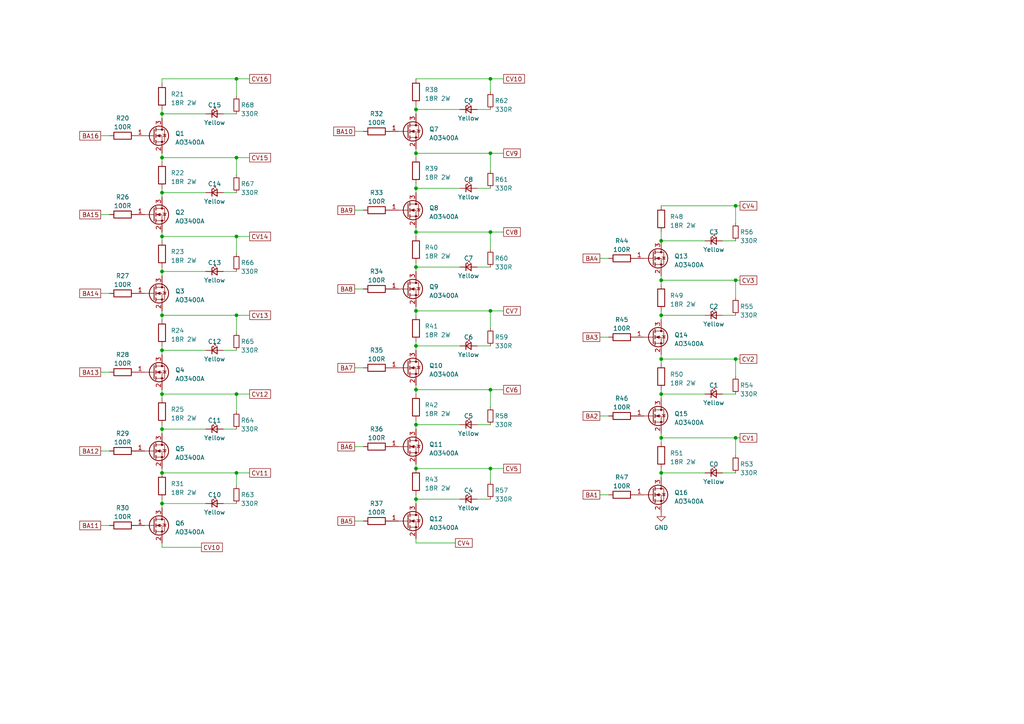
<source format=kicad_sch>
(kicad_sch (version 20230121) (generator eeschema)
  (paper "A4")
  (lib_symbols
    (symbol "Device:LED_Small" (pin_numbers hide) (pin_names (offset 0.254) hide)
      (property "Reference" "D" (at -1.27 3.175 0))
      (property "Value" "LED_Small" (at -4.445 -2.54 0))
      (symbol "LED_Small_0_1"
        (polyline (pts (xy -0.762 -1.016) (xy -0.762 1.016)) (stroke (width 0.254)))
        (polyline (pts (xy 1.016 0) (xy -0.762 0)))
        (polyline (pts (xy 0.762 -1.016) (xy -0.762 0) (xy 0.762 1.016) (xy 0.762 -1.016)) (stroke (width 0.254)))
        (polyline (pts (xy 0 0.762) (xy -0.508 1.27) (xy -0.254 1.27) (xy -0.508 1.27) (xy -0.508 1.016)))
        (polyline (pts (xy 0.508 1.27) (xy 0 1.778) (xy 0.254 1.778) (xy 0 1.778) (xy 0 1.524)))
      )
      (symbol "LED_Small_1_1"
        (pin passive line (at -2.54 0 0) (length 1.778) (name "K") (number "1"))
        (pin passive line (at 2.54 0 180) (length 1.778) (name "A") (number "2"))
      )
    )
    (symbol "Device:Q_NMOS_GSD" (pin_names (offset 0) hide)
      (property "Reference" "Q" (at 5.08 1.27 0))
      (property "Value" "Q_NMOS_GSD" (at 5.08 -1.27 0))
      (symbol "Q_NMOS_GSD_0_1"
        (polyline (pts (xy 0.254 0) (xy -2.54 0)))
        (polyline (pts (xy 0.254 1.905) (xy 0.254 -1.905)) (stroke (width 0.254)))
        (polyline (pts (xy 0.762 -1.27) (xy 0.762 -2.286)) (stroke (width 0.254)))
        (polyline (pts (xy 0.762 0.508) (xy 0.762 -0.508)) (stroke (width 0.254)))
        (polyline (pts (xy 0.762 2.286) (xy 0.762 1.27)) (stroke (width 0.254)))
        (polyline (pts (xy 2.54 2.54) (xy 2.54 1.778)))
        (polyline (pts (xy 2.54 -2.54) (xy 2.54 0) (xy 0.762 0)))
        (polyline (pts (xy 0.762 -1.778) (xy 3.302 -1.778) (xy 3.302 1.778) (xy 0.762 1.778)))
        (polyline (pts (xy 1.016 0) (xy 2.032 0.381) (xy 2.032 -0.381) (xy 1.016 0)) (fill (type outline)))
        (polyline (pts (xy 2.794 0.508) (xy 2.921 0.381) (xy 3.683 0.381) (xy 3.81 0.254)))
        (polyline (pts (xy 3.302 0.381) (xy 2.921 -0.254) (xy 3.683 -0.254) (xy 3.302 0.381)))
        (circle (center 1.651 0) (radius 2.794) (stroke (width 0.254)))
        (circle (center 2.54 -1.778) (radius 0.254) (fill (type outline)))
        (circle (center 2.54 1.778) (radius 0.254) (fill (type outline)))
      )
      (symbol "Q_NMOS_GSD_1_1"
        (pin input line (at -5.08 0 0) (length 2.54) (name "G") (number "1"))
        (pin passive line (at 2.54 -5.08 90) (length 2.54) (name "S") (number "2"))
        (pin passive line (at 2.54 5.08 270) (length 2.54) (name "D") (number "3"))
      )
    )
    (symbol "Device:R" (pin_numbers hide) (pin_names (offset 0))
      (property "Reference" "R" (at 2.032 0 90))
      (property "Value" "R" (at 0 0 90))
      (symbol "R_0_1"
        (rectangle (start -1.016 -2.54) (end 1.016 2.54) (stroke (width 0.254)))
      )
      (symbol "R_1_1"
        (pin passive line (at 0 3.81 270) (length 1.27) (name "~") (number "1"))
        (pin passive line (at 0 -3.81 90) (length 1.27) (name "~") (number "2"))
      )
    )
    (symbol "Device:R_Small" (pin_numbers hide) (pin_names (offset 0.254) hide)
      (property "Reference" "R" (at 0.762 0.508 0))
      (property "Value" "R_Small" (at 0.762 -1.016 0))
      (symbol "R_Small_0_1"
        (rectangle (start -0.762 1.778) (end 0.762 -1.778) (stroke (width 0.2032)))
      )
      (symbol "R_Small_1_1"
        (pin passive line (at 0 2.54 270) (length 0.762) (name "~") (number "1"))
        (pin passive line (at 0 -2.54 90) (length 0.762) (name "~") (number "2"))
      )
    )
    (symbol "power:GND" (power) (pin_names (offset 0))
      (property "Value" "GND" (at 0 -3.81 0))
      (symbol "GND_0_1"
        (polyline (pts (xy 0 0) (xy 0 -1.27) (xy 1.27 -1.27) (xy 0 -2.54) (xy -1.27 -1.27) (xy 0 -1.27)))
      )
      (symbol "GND_1_1"
        (pin power_in line (at 0 0 270) (length 0) hide (name "GND") (number "1"))
      )
    )
  )
  (junction (at 142.24 113.03))
  (junction (at 46.99 137.16))
  (junction (at 142.24 67.31))
  (junction (at 120.65 77.47))
  (junction (at 191.77 114.3))
  (junction (at 142.24 44.45))
  (junction (at 46.99 124.46))
  (junction (at 46.99 114.3))
  (junction (at 191.77 69.85))
  (junction (at 46.99 146.05))
  (junction (at 120.65 123.19))
  (junction (at 191.77 104.14))
  (junction (at 68.58 114.3))
  (junction (at 213.36 59.69))
  (junction (at 120.65 135.89))
  (junction (at 46.99 68.58))
  (junction (at 68.58 137.16))
  (junction (at 120.65 67.31))
  (junction (at 191.77 91.44))
  (junction (at 68.58 45.72))
  (junction (at 213.36 127))
  (junction (at 46.99 45.72))
  (junction (at 120.65 90.17))
  (junction (at 46.99 78.74))
  (junction (at 120.65 54.61))
  (junction (at 213.36 81.28))
  (junction (at 142.24 22.86))
  (junction (at 213.36 104.14))
  (junction (at 46.99 101.6))
  (junction (at 68.58 91.44))
  (junction (at 191.77 137.16))
  (junction (at 46.99 91.44))
  (junction (at 120.65 144.78))
  (junction (at 191.77 81.28))
  (junction (at 120.65 100.33))
  (junction (at 68.58 22.86))
  (junction (at 120.65 31.75))
  (junction (at 120.65 113.03))
  (junction (at 120.65 44.45))
  (junction (at 68.58 68.58))
  (junction (at 142.24 90.17))
  (junction (at 46.99 55.88))
  (junction (at 142.24 135.89))
  (junction (at 46.99 33.02))
  (junction (at 191.77 127))
  (wire (pts (xy 191.77 114.3) (xy 204.47 114.3)))
  (wire (pts (xy 46.99 114.3) (xy 68.58 114.3)))
  (wire (pts (xy 209.55 114.3) (xy 213.36 114.3)))
  (wire (pts (xy 46.99 33.02) (xy 46.99 34.29)))
  (wire (pts (xy 142.24 113.03) (xy 142.24 118.11)))
  (wire (pts (xy 68.58 45.72) (xy 72.39 45.72)))
  (wire (pts (xy 120.65 22.86) (xy 142.24 22.86)))
  (wire (pts (xy 46.99 54.61) (xy 46.99 55.88)))
  (wire (pts (xy 142.24 135.89) (xy 146.05 135.89)))
  (wire (pts (xy 191.77 90.17) (xy 191.77 91.44)))
  (wire (pts (xy 173.99 74.93) (xy 176.53 74.93)))
  (wire (pts (xy 68.58 68.58) (xy 68.58 73.66)))
  (wire (pts (xy 142.24 67.31) (xy 142.24 72.39)))
  (wire (pts (xy 120.65 88.9) (xy 120.65 90.17)))
  (wire (pts (xy 102.87 83.82) (xy 105.41 83.82)))
  (wire (pts (xy 120.65 90.17) (xy 142.24 90.17)))
  (wire (pts (xy 46.99 146.05) (xy 46.99 147.32)))
  (wire (pts (xy 29.21 39.37) (xy 31.75 39.37)))
  (wire (pts (xy 120.65 113.03) (xy 120.65 114.3)))
  (wire (pts (xy 120.65 43.18) (xy 120.65 44.45)))
  (wire (pts (xy 142.24 44.45) (xy 142.24 49.53)))
  (wire (pts (xy 191.77 114.3) (xy 191.77 115.57)))
  (wire (pts (xy 68.58 91.44) (xy 68.58 96.52)))
  (wire (pts (xy 138.43 123.19) (xy 142.24 123.19)))
  (wire (pts (xy 29.21 130.81) (xy 31.75 130.81)))
  (wire (pts (xy 120.65 66.04) (xy 120.65 67.31)))
  (wire (pts (xy 191.77 67.31) (xy 191.77 69.85)))
  (wire (pts (xy 68.58 137.16) (xy 72.39 137.16)))
  (wire (pts (xy 46.99 68.58) (xy 68.58 68.58)))
  (wire (pts (xy 120.65 144.78) (xy 120.65 146.05)))
  (wire (pts (xy 191.77 80.01) (xy 191.77 81.28)))
  (wire (pts (xy 46.99 55.88) (xy 46.99 57.15)))
  (wire (pts (xy 102.87 38.1) (xy 105.41 38.1)))
  (wire (pts (xy 46.99 90.17) (xy 46.99 91.44)))
  (wire (pts (xy 191.77 137.16) (xy 204.47 137.16)))
  (wire (pts (xy 102.87 106.68) (xy 105.41 106.68)))
  (wire (pts (xy 120.65 113.03) (xy 142.24 113.03)))
  (wire (pts (xy 138.43 77.47) (xy 142.24 77.47)))
  (wire (pts (xy 46.99 33.02) (xy 59.69 33.02)))
  (wire (pts (xy 191.77 91.44) (xy 191.77 92.71)))
  (wire (pts (xy 46.99 113.03) (xy 46.99 114.3)))
  (wire (pts (xy 120.65 123.19) (xy 133.35 123.19)))
  (wire (pts (xy 120.65 67.31) (xy 142.24 67.31)))
  (wire (pts (xy 102.87 129.54) (xy 105.41 129.54)))
  (wire (pts (xy 68.58 45.72) (xy 68.58 50.8)))
  (wire (pts (xy 120.65 100.33) (xy 120.65 101.6)))
  (wire (pts (xy 46.99 78.74) (xy 59.69 78.74)))
  (wire (pts (xy 68.58 68.58) (xy 72.39 68.58)))
  (wire (pts (xy 46.99 124.46) (xy 59.69 124.46)))
  (wire (pts (xy 64.77 146.05) (xy 68.58 146.05)))
  (wire (pts (xy 68.58 22.86) (xy 72.39 22.86)))
  (wire (pts (xy 120.65 157.48) (xy 132.08 157.48)))
  (wire (pts (xy 46.99 91.44) (xy 46.99 92.71)))
  (wire (pts (xy 68.58 114.3) (xy 68.58 119.38)))
  (wire (pts (xy 46.99 45.72) (xy 46.99 46.99)))
  (wire (pts (xy 213.36 81.28) (xy 213.36 86.36)))
  (wire (pts (xy 120.65 31.75) (xy 133.35 31.75)))
  (wire (pts (xy 120.65 111.76) (xy 120.65 113.03)))
  (wire (pts (xy 213.36 104.14) (xy 214.63 104.14)))
  (wire (pts (xy 213.36 59.69) (xy 214.63 59.69)))
  (wire (pts (xy 173.99 120.65) (xy 176.53 120.65)))
  (wire (pts (xy 213.36 127) (xy 214.63 127)))
  (wire (pts (xy 46.99 55.88) (xy 59.69 55.88)))
  (wire (pts (xy 68.58 114.3) (xy 72.39 114.3)))
  (wire (pts (xy 120.65 134.62) (xy 120.65 135.89)))
  (wire (pts (xy 191.77 81.28) (xy 191.77 82.55)))
  (wire (pts (xy 120.65 90.17) (xy 120.65 91.44)))
  (wire (pts (xy 120.65 54.61) (xy 133.35 54.61)))
  (wire (pts (xy 209.55 137.16) (xy 213.36 137.16)))
  (wire (pts (xy 142.24 67.31) (xy 146.05 67.31)))
  (wire (pts (xy 120.65 44.45) (xy 120.65 45.72)))
  (wire (pts (xy 191.77 69.85) (xy 204.47 69.85)))
  (wire (pts (xy 46.99 101.6) (xy 46.99 102.87)))
  (wire (pts (xy 46.99 124.46) (xy 46.99 125.73)))
  (wire (pts (xy 46.99 45.72) (xy 68.58 45.72)))
  (wire (pts (xy 191.77 135.89) (xy 191.77 137.16)))
  (wire (pts (xy 46.99 157.48) (xy 46.99 158.75)))
  (wire (pts (xy 213.36 104.14) (xy 213.36 109.22)))
  (wire (pts (xy 46.99 101.6) (xy 59.69 101.6)))
  (wire (pts (xy 64.77 124.46) (xy 68.58 124.46)))
  (wire (pts (xy 138.43 100.33) (xy 142.24 100.33)))
  (wire (pts (xy 46.99 44.45) (xy 46.99 45.72)))
  (wire (pts (xy 29.21 152.4) (xy 31.75 152.4)))
  (wire (pts (xy 120.65 99.06) (xy 120.65 100.33)))
  (wire (pts (xy 191.77 137.16) (xy 191.77 138.43)))
  (wire (pts (xy 46.99 31.75) (xy 46.99 33.02)))
  (wire (pts (xy 142.24 90.17) (xy 142.24 95.25)))
  (wire (pts (xy 120.65 67.31) (xy 120.65 68.58)))
  (wire (pts (xy 213.36 81.28) (xy 214.63 81.28)))
  (wire (pts (xy 46.99 114.3) (xy 46.99 115.57)))
  (wire (pts (xy 191.77 113.03) (xy 191.77 114.3)))
  (wire (pts (xy 46.99 77.47) (xy 46.99 78.74)))
  (wire (pts (xy 46.99 68.58) (xy 46.99 69.85)))
  (wire (pts (xy 46.99 67.31) (xy 46.99 68.58)))
  (wire (pts (xy 46.99 100.33) (xy 46.99 101.6)))
  (wire (pts (xy 191.77 91.44) (xy 204.47 91.44)))
  (wire (pts (xy 46.99 123.19) (xy 46.99 124.46)))
  (wire (pts (xy 142.24 90.17) (xy 146.05 90.17)))
  (wire (pts (xy 191.77 125.73) (xy 191.77 127)))
  (wire (pts (xy 120.65 144.78) (xy 133.35 144.78)))
  (wire (pts (xy 173.99 97.79) (xy 176.53 97.79)))
  (wire (pts (xy 191.77 104.14) (xy 191.77 105.41)))
  (wire (pts (xy 68.58 137.16) (xy 68.58 140.97)))
  (wire (pts (xy 120.65 54.61) (xy 120.65 55.88)))
  (wire (pts (xy 209.55 69.85) (xy 213.36 69.85)))
  (wire (pts (xy 46.99 137.16) (xy 68.58 137.16)))
  (wire (pts (xy 209.55 91.44) (xy 213.36 91.44)))
  (wire (pts (xy 142.24 22.86) (xy 142.24 26.67)))
  (wire (pts (xy 191.77 102.87) (xy 191.77 104.14)))
  (wire (pts (xy 29.21 85.09) (xy 31.75 85.09)))
  (wire (pts (xy 191.77 104.14) (xy 213.36 104.14)))
  (wire (pts (xy 64.77 33.02) (xy 68.58 33.02)))
  (wire (pts (xy 46.99 158.75) (xy 58.42 158.75)))
  (wire (pts (xy 120.65 31.75) (xy 120.65 33.02)))
  (wire (pts (xy 29.21 107.95) (xy 31.75 107.95)))
  (wire (pts (xy 142.24 113.03) (xy 146.05 113.03)))
  (wire (pts (xy 120.65 77.47) (xy 133.35 77.47)))
  (wire (pts (xy 64.77 101.6) (xy 68.58 101.6)))
  (wire (pts (xy 120.65 123.19) (xy 120.65 124.46)))
  (wire (pts (xy 29.21 62.23) (xy 31.75 62.23)))
  (wire (pts (xy 120.65 100.33) (xy 133.35 100.33)))
  (wire (pts (xy 191.77 127) (xy 213.36 127)))
  (wire (pts (xy 46.99 135.89) (xy 46.99 137.16)))
  (wire (pts (xy 142.24 44.45) (xy 146.05 44.45)))
  (wire (pts (xy 191.77 59.69) (xy 213.36 59.69)))
  (wire (pts (xy 102.87 60.96) (xy 105.41 60.96)))
  (wire (pts (xy 120.65 135.89) (xy 142.24 135.89)))
  (wire (pts (xy 64.77 78.74) (xy 68.58 78.74)))
  (wire (pts (xy 142.24 135.89) (xy 142.24 139.7)))
  (wire (pts (xy 46.99 91.44) (xy 68.58 91.44)))
  (wire (pts (xy 213.36 59.69) (xy 213.36 64.77)))
  (wire (pts (xy 120.65 156.21) (xy 120.65 157.48)))
  (wire (pts (xy 68.58 22.86) (xy 68.58 27.94)))
  (wire (pts (xy 120.65 53.34) (xy 120.65 54.61)))
  (wire (pts (xy 120.65 44.45) (xy 142.24 44.45)))
  (wire (pts (xy 120.65 30.48) (xy 120.65 31.75)))
  (wire (pts (xy 191.77 81.28) (xy 213.36 81.28)))
  (wire (pts (xy 120.65 76.2) (xy 120.65 77.47)))
  (wire (pts (xy 46.99 146.05) (xy 59.69 146.05)))
  (wire (pts (xy 120.65 77.47) (xy 120.65 78.74)))
  (wire (pts (xy 120.65 143.51) (xy 120.65 144.78)))
  (wire (pts (xy 138.43 31.75) (xy 142.24 31.75)))
  (wire (pts (xy 138.43 144.78) (xy 142.24 144.78)))
  (wire (pts (xy 173.99 143.51) (xy 176.53 143.51)))
  (wire (pts (xy 64.77 55.88) (xy 68.58 55.88)))
  (wire (pts (xy 102.87 151.13) (xy 105.41 151.13)))
  (wire (pts (xy 142.24 22.86) (xy 146.05 22.86)))
  (wire (pts (xy 213.36 127) (xy 213.36 132.08)))
  (wire (pts (xy 46.99 22.86) (xy 46.99 24.13)))
  (wire (pts (xy 46.99 22.86) (xy 68.58 22.86)))
  (wire (pts (xy 191.77 127) (xy 191.77 128.27)))
  (wire (pts (xy 68.58 91.44) (xy 72.39 91.44)))
  (wire (pts (xy 46.99 144.78) (xy 46.99 146.05)))
  (wire (pts (xy 138.43 54.61) (xy 142.24 54.61)))
  (wire (pts (xy 46.99 78.74) (xy 46.99 80.01)))
  (wire (pts (xy 120.65 121.92) (xy 120.65 123.19)))
  (global_label "BA13" (shape passive) (at 29.21 107.95 180) (property "Intersheetrefs" "${INTERSHEET_REFS}" (effects hide)))
  (global_label "BA4" (shape passive) (at 173.99 74.93 180) (property "Intersheetrefs" "${INTERSHEET_REFS}" (effects hide)))
  (global_label "BA1" (shape passive) (at 173.99 143.51 180) (property "Intersheetrefs" "${INTERSHEET_REFS}" (effects hide)))
  (global_label "BA16" (shape passive) (at 29.21 39.37 180) (property "Intersheetrefs" "${INTERSHEET_REFS}" (effects hide)))
  (global_label "BA8" (shape passive) (at 102.87 83.82 180) (property "Intersheetrefs" "${INTERSHEET_REFS}" (effects hide)))
  (global_label "BA5" (shape passive) (at 102.87 151.13 180) (property "Intersheetrefs" "${INTERSHEET_REFS}" (effects hide)))
  (global_label "CV6" (shape passive) (at 146.05 113.03 0) (property "Intersheetrefs" "${INTERSHEET_REFS}" (effects hide)))
  (global_label "BA7" (shape passive) (at 102.87 106.68 180) (property "Intersheetrefs" "${INTERSHEET_REFS}" (effects hide)))
  (global_label "CV15" (shape passive) (at 72.39 45.72 0) (property "Intersheetrefs" "${INTERSHEET_REFS}" (effects hide)))
  (global_label "CV16" (shape passive) (at 72.39 22.86 0) (property "Intersheetrefs" "${INTERSHEET_REFS}" (effects hide)))
  (global_label "CV10" (shape passive) (at 146.05 22.86 0) (property "Intersheetrefs" "${INTERSHEET_REFS}" (effects hide)))
  (global_label "CV13" (shape passive) (at 72.39 91.44 0) (property "Intersheetrefs" "${INTERSHEET_REFS}" (effects hide)))
  (global_label "CV4" (shape passive) (at 132.08 157.48 0) (property "Intersheetrefs" "${INTERSHEET_REFS}" (effects hide)))
  (global_label "CV3" (shape passive) (at 214.63 81.28 0) (property "Intersheetrefs" "${INTERSHEET_REFS}" (effects hide)))
  (global_label "CV7" (shape passive) (at 146.05 90.17 0) (property "Intersheetrefs" "${INTERSHEET_REFS}" (effects hide)))
  (global_label "BA2" (shape passive) (at 173.99 120.65 180) (property "Intersheetrefs" "${INTERSHEET_REFS}" (effects hide)))
  (global_label "BA15" (shape passive) (at 29.21 62.23 180) (property "Intersheetrefs" "${INTERSHEET_REFS}" (effects hide)))
  (global_label "BA6" (shape passive) (at 102.87 129.54 180) (property "Intersheetrefs" "${INTERSHEET_REFS}" (effects hide)))
  (global_label "BA11" (shape passive) (at 29.21 152.4 180) (property "Intersheetrefs" "${INTERSHEET_REFS}" (effects hide)))
  (global_label "CV8" (shape passive) (at 146.05 67.31 0) (property "Intersheetrefs" "${INTERSHEET_REFS}" (effects hide)))
  (global_label "CV4" (shape passive) (at 214.63 59.69 0) (property "Intersheetrefs" "${INTERSHEET_REFS}" (effects hide)))
  (global_label "BA10" (shape passive) (at 102.87 38.1 180) (property "Intersheetrefs" "${INTERSHEET_REFS}" (effects hide)))
  (global_label "CV12" (shape passive) (at 72.39 114.3 0) (property "Intersheetrefs" "${INTERSHEET_REFS}" (effects hide)))
  (global_label "CV10" (shape passive) (at 58.42 158.75 0) (property "Intersheetrefs" "${INTERSHEET_REFS}" (effects hide)))
  (global_label "BA3" (shape passive) (at 173.99 97.79 180) (property "Intersheetrefs" "${INTERSHEET_REFS}" (effects hide)))
  (global_label "BA14" (shape passive) (at 29.21 85.09 180) (property "Intersheetrefs" "${INTERSHEET_REFS}" (effects hide)))
  (global_label "BA9" (shape passive) (at 102.87 60.96 180) (property "Intersheetrefs" "${INTERSHEET_REFS}" (effects hide)))
  (global_label "CV14" (shape passive) (at 72.39 68.58 0) (property "Intersheetrefs" "${INTERSHEET_REFS}" (effects hide)))
  (global_label "CV1" (shape passive) (at 214.63 127 0) (property "Intersheetrefs" "${INTERSHEET_REFS}" (effects hide)))
  (global_label "CV11" (shape passive) (at 72.39 137.16 0) (property "Intersheetrefs" "${INTERSHEET_REFS}" (effects hide)))
  (global_label "CV5" (shape passive) (at 146.05 135.89 0) (property "Intersheetrefs" "${INTERSHEET_REFS}" (effects hide)))
  (global_label "CV9" (shape passive) (at 146.05 44.45 0) (property "Intersheetrefs" "${INTERSHEET_REFS}" (effects hide)))
  (global_label "CV2" (shape passive) (at 214.63 104.14 0) (property "Intersheetrefs" "${INTERSHEET_REFS}" (effects hide)))
  (global_label "BA12" (shape passive) (at 29.21 130.81 180) (property "Intersheetrefs" "${INTERSHEET_REFS}" (effects hide)))
  (symbol (lib_id "Device:LED_Small") (at 62.23 78.74 0) (unit 1)
    (property "Reference" "C13" (at 62.23 76.2 0))
    (property "Value" "Yellow" (at 62.23 81.28 0))
    (property "Footprint" "LED_SMD:LED_0603_1608Metric" (effects hide))
    (property "PartNumber" "19-213/Y2C-CQ2R2L/3T(CY)" (effects hide))
    (property "LCSCStockCode" "C72038" (effects hide))
  )
  (symbol (lib_id "Device:R_Small") (at 68.58 30.48 0) (unit 1)
    (property "Reference" "R68" (at 69.85 30.48 0) (effects (justify left)))
    (property "Value" "330R" (at 69.85 33.02 0) (effects (justify left)))
    (property "Footprint" "Resistor_SMD:R_0603_1608Metric" (effects hide))
    (property "PartNumber" "0603WAF3300T5E" (effects hide))
    (property "LCSCStockCode" "C23138" (effects hide))
  )
  (symbol (lib_id "Device:R_Small") (at 142.24 142.24 0) (unit 1)
    (property "Reference" "R57" (at 143.51 142.24 0) (effects (justify left)))
    (property "Value" "330R" (at 143.51 144.78 0) (effects (justify left)))
    (property "Footprint" "Resistor_SMD:R_0603_1608Metric" (effects hide))
    (property "PartNumber" "0603WAF3300T5E" (effects hide))
    (property "LCSCStockCode" "C23138" (effects hide))
  )
  (symbol (lib_id "Device:LED_Small") (at 62.23 124.46 0) (unit 1)
    (property "Reference" "C11" (at 62.23 121.92 0))
    (property "Value" "Yellow" (at 62.23 127 0))
    (property "Footprint" "LED_SMD:LED_0603_1608Metric" (effects hide))
    (property "PartNumber" "19-213/Y2C-CQ2R2L/3T(CY)" (effects hide))
    (property "LCSCStockCode" "C72038" (effects hide))
  )
  (symbol (lib_id "Device:R") (at 35.56 62.23 90) (unit 1)
    (property "Reference" "R26" (at 35.56 57.15 90))
    (property "Value" "100R" (at 35.56 59.69 90))
    (property "Footprint" "Resistor_SMD:R_0603_1608Metric" (effects hide))
    (property "PartNumber" "0603WAF1000T5E" (effects hide))
    (property "LCSCStockCode" "C22775" (effects hide))
    (instances (project "Module_16S_PassiveBalanceAddOn" (path "" (reference "R26") (unit 1)) (path "" (reference "R21") (unit 1))))
  )
  (symbol (lib_id "Device:R") (at 109.22 38.1 90) (unit 1)
    (property "Reference" "R32" (at 109.22 33.02 90))
    (property "Value" "100R" (at 109.22 35.56 90))
    (property "Footprint" "Resistor_SMD:R_0603_1608Metric" (effects hide))
    (property "PartNumber" "0603WAF1000T5E" (effects hide))
    (property "LCSCStockCode" "C22775" (effects hide))
  )
  (symbol (lib_id "Device:R_Small") (at 142.24 97.79 0) (unit 1)
    (property "Reference" "R59" (at 143.51 97.79 0) (effects (justify left)))
    (property "Value" "330R" (at 143.51 100.33 0) (effects (justify left)))
    (property "Footprint" "Resistor_SMD:R_0603_1608Metric" (effects hide))
    (property "PartNumber" "0603WAF3300T5E" (effects hide))
    (property "LCSCStockCode" "C23138" (effects hide))
  )
  (symbol (lib_id "Device:Q_NMOS_GSD") (at 189.23 120.65 0) (unit 1)
    (property "Reference" "Q15" (at 195.58 120.015 0) (effects (justify left)))
    (property "Value" "AO3400A" (at 195.58 122.555 0) (effects (justify left)))
    (property "Footprint" "Package_TO_SOT_SMD:SOT-23" (effects hide))
    (property "Datasheet" "https://datasheet.lcsc.com/lcsc/2204291600_UMW-Youtai-Semiconductor-Co---Ltd--AO3400A_C347475.pdf" (effects hide))
    (property "PartNumber" "AO3400A" (effects hide))
    (property "LCSCStockCode" "C347475" (effects hide))
  )
  (symbol (lib_id "Device:LED_Small") (at 62.23 55.88 0) (unit 1)
    (property "Reference" "C14" (at 62.23 53.34 0))
    (property "Value" "Yellow" (at 62.23 58.42 0))
    (property "Footprint" "LED_SMD:LED_0603_1608Metric" (effects hide))
    (property "PartNumber" "19-213/Y2C-CQ2R2L/3T(CY)" (effects hide))
    (property "LCSCStockCode" "C72038" (effects hide))
  )
  (symbol (lib_id "Device:R_Small") (at 68.58 53.34 0) (unit 1)
    (property "Reference" "R67" (at 69.85 53.34 0) (effects (justify left)))
    (property "Value" "330R" (at 69.85 55.88 0) (effects (justify left)))
    (property "Footprint" "Resistor_SMD:R_0603_1608Metric" (effects hide))
    (property "PartNumber" "0603WAF3300T5E" (effects hide))
    (property "LCSCStockCode" "C23138" (effects hide))
  )
  (symbol (lib_id "Device:R") (at 120.65 26.67 180) (unit 1)
    (property "Reference" "R38" (at 123.19 26.035 0) (effects (justify right)))
    (property "Value" "18R 2W" (at 123.19 28.575 0) (effects (justify right)))
    (property "Footprint" "Resistor_SMD:R_2512_6332Metric" (effects hide))
    (property "PartNumber" "CRH2512J18R0E04Z" (effects hide))
    (property "LCSCStockCode" "C175426" (effects hide))
  )
  (symbol (lib_id "Device:R") (at 35.56 85.09 90) (unit 1)
    (property "Reference" "R27" (at 35.56 80.01 90))
    (property "Value" "100R" (at 35.56 82.55 90))
    (property "Footprint" "Resistor_SMD:R_0603_1608Metric" (effects hide))
    (property "PartNumber" "0603WAF1000T5E" (effects hide))
    (property "LCSCStockCode" "C22775" (effects hide))
    (instances (project "Module_16S_PassiveBalanceAddOn" (path "" (reference "R27") (unit 1)) (path "" (reference "R22") (unit 1))))
  )
  (symbol (lib_id "Device:R_Small") (at 213.36 134.62 0) (unit 1)
    (property "Reference" "R53" (at 214.63 134.62 0) (effects (justify left)))
    (property "Value" "330R" (at 214.63 137.16 0) (effects (justify left)))
    (property "Footprint" "Resistor_SMD:R_0603_1608Metric" (effects hide))
    (property "PartNumber" "0603WAF3300T5E" (effects hide))
    (property "LCSCStockCode" "C23138" (effects hide))
  )
  (symbol (lib_id "Device:R_Small") (at 142.24 52.07 0) (unit 1)
    (property "Reference" "R61" (at 143.51 52.07 0) (effects (justify left)))
    (property "Value" "330R" (at 143.51 54.61 0) (effects (justify left)))
    (property "Footprint" "Resistor_SMD:R_0603_1608Metric" (effects hide))
    (property "PartNumber" "0603WAF3300T5E" (effects hide))
    (property "LCSCStockCode" "C23138" (effects hide))
  )
  (symbol (lib_id "Device:R_Small") (at 68.58 76.2 0) (unit 1)
    (property "Reference" "R66" (at 69.85 76.2 0) (effects (justify left)))
    (property "Value" "330R" (at 69.85 78.74 0) (effects (justify left)))
    (property "Footprint" "Resistor_SMD:R_0603_1608Metric" (effects hide))
    (property "PartNumber" "0603WAF3300T5E" (effects hide))
    (property "LCSCStockCode" "C23138" (effects hide))
  )
  (symbol (lib_id "Device:R") (at 191.77 86.36 180) (unit 1)
    (property "Reference" "R49" (at 194.31 85.725 0) (effects (justify right)))
    (property "Value" "18R 2W" (at 194.31 88.265 0) (effects (justify right)))
    (property "Footprint" "Resistor_SMD:R_2512_6332Metric" (effects hide))
    (property "PartNumber" "CRH2512J18R0E04Z" (effects hide))
    (property "LCSCStockCode" "C175426" (effects hide))
  )
  (symbol (lib_id "Device:LED_Small") (at 62.23 33.02 0) (unit 1)
    (property "Reference" "C15" (at 62.23 30.48 0))
    (property "Value" "Yellow" (at 62.23 35.56 0))
    (property "Footprint" "LED_SMD:LED_0603_1608Metric" (effects hide))
    (property "PartNumber" "19-213/Y2C-CQ2R2L/3T(CY)" (effects hide))
    (property "LCSCStockCode" "C72038" (effects hide))
  )
  (symbol (lib_id "Device:LED_Small") (at 135.89 31.75 0) (unit 1)
    (property "Reference" "C9" (at 135.89 29.21 0))
    (property "Value" "Yellow" (at 135.89 34.29 0))
    (property "Footprint" "LED_SMD:LED_0603_1608Metric" (effects hide))
    (property "PartNumber" "19-213/Y2C-CQ2R2L/3T(CY)" (effects hide))
    (property "LCSCStockCode" "C72038" (effects hide))
  )
  (symbol (lib_id "Device:Q_NMOS_GSD") (at 118.11 60.96 0) (unit 1)
    (property "Reference" "Q8" (at 124.46 60.325 0) (effects (justify left)))
    (property "Value" "AO3400A" (at 124.46 62.865 0) (effects (justify left)))
    (property "Footprint" "Package_TO_SOT_SMD:SOT-23" (effects hide))
    (property "Datasheet" "https://datasheet.lcsc.com/lcsc/2204291600_UMW-Youtai-Semiconductor-Co---Ltd--AO3400A_C347475.pdf" (effects hide))
    (property "PartNumber" "AO3400A" (effects hide))
    (property "LCSCStockCode" "C347475" (effects hide))
  )
  (symbol (lib_id "Device:R") (at 109.22 83.82 90) (unit 1)
    (property "Reference" "R34" (at 109.22 78.74 90))
    (property "Value" "100R" (at 109.22 81.28 90))
    (property "Footprint" "Resistor_SMD:R_0603_1608Metric" (effects hide))
    (property "PartNumber" "0603WAF1000T5E" (effects hide))
    (property "LCSCStockCode" "C22775" (effects hide))
  )
  (symbol (lib_id "Device:R") (at 120.65 139.7 180) (unit 1)
    (property "Reference" "R43" (at 123.19 139.065 0) (effects (justify right)))
    (property "Value" "18R 2W" (at 123.19 141.605 0) (effects (justify right)))
    (property "Footprint" "Resistor_SMD:R_2512_6332Metric" (effects hide))
    (property "PartNumber" "CRH2512J18R0E04Z" (effects hide))
    (property "LCSCStockCode" "C175426" (effects hide))
  )
  (symbol (lib_id "Device:LED_Small") (at 207.01 114.3 0) (unit 1)
    (property "Reference" "C1" (at 207.01 111.76 0))
    (property "Value" "Yellow" (at 207.01 116.84 0))
    (property "Footprint" "LED_SMD:LED_0603_1608Metric" (effects hide))
    (property "PartNumber" "19-213/Y2C-CQ2R2L/3T(CY)" (effects hide))
    (property "LCSCStockCode" "C72038" (effects hide))
  )
  (symbol (lib_id "Device:R_Small") (at 142.24 74.93 0) (unit 1)
    (property "Reference" "R60" (at 143.51 74.93 0) (effects (justify left)))
    (property "Value" "330R" (at 143.51 77.47 0) (effects (justify left)))
    (property "Footprint" "Resistor_SMD:R_0603_1608Metric" (effects hide))
    (property "PartNumber" "0603WAF3300T5E" (effects hide))
    (property "LCSCStockCode" "C23138" (effects hide))
  )
  (symbol (lib_id "Device:LED_Small") (at 135.89 100.33 0) (unit 1)
    (property "Reference" "C6" (at 135.89 97.79 0))
    (property "Value" "Yellow" (at 135.89 102.87 0))
    (property "Footprint" "LED_SMD:LED_0603_1608Metric" (effects hide))
    (property "PartNumber" "19-213/Y2C-CQ2R2L/3T(CY)" (effects hide))
    (property "LCSCStockCode" "C72038" (effects hide))
  )
  (symbol (lib_id "Device:R") (at 46.99 73.66 180) (unit 1)
    (property "Reference" "R23" (at 49.53 73.025 0) (effects (justify right)))
    (property "Value" "18R 2W" (at 49.53 75.565 0) (effects (justify right)))
    (property "Footprint" "Resistor_SMD:R_2512_6332Metric" (effects hide))
    (property "PartNumber" "CRH2512J18R0E04Z" (effects hide))
    (property "LCSCStockCode" "C175426" (effects hide))
    (instances (project "Module_16S_PassiveBalanceAddOn" (path "" (reference "R23") (unit 1)) (path "" (reference "R28") (unit 1))))
  )
  (symbol (lib_id "Device:R") (at 120.65 72.39 180) (unit 1)
    (property "Reference" "R40" (at 123.19 71.755 0) (effects (justify right)))
    (property "Value" "18R 2W" (at 123.19 74.295 0) (effects (justify right)))
    (property "Footprint" "Resistor_SMD:R_2512_6332Metric" (effects hide))
    (property "PartNumber" "CRH2512J18R0E04Z" (effects hide))
    (property "LCSCStockCode" "C175426" (effects hide))
  )
  (symbol (lib_id "Device:R") (at 191.77 63.5 180) (unit 1)
    (property "Reference" "R48" (at 194.31 62.865 0) (effects (justify right)))
    (property "Value" "18R 2W" (at 194.31 65.405 0) (effects (justify right)))
    (property "Footprint" "Resistor_SMD:R_2512_6332Metric" (effects hide))
    (property "PartNumber" "CRH2512J18R0E04Z" (effects hide))
    (property "LCSCStockCode" "C175426" (effects hide))
  )
  (symbol (lib_id "Device:R") (at 191.77 132.08 180) (unit 1)
    (property "Reference" "R51" (at 194.31 131.445 0) (effects (justify right)))
    (property "Value" "18R 2W" (at 194.31 133.985 0) (effects (justify right)))
    (property "Footprint" "Resistor_SMD:R_2512_6332Metric" (effects hide))
    (property "PartNumber" "CRH2512J18R0E04Z" (effects hide))
    (property "LCSCStockCode" "C175426" (effects hide))
  )
  (symbol (lib_id "Device:R") (at 191.77 109.22 180) (unit 1)
    (property "Reference" "R50" (at 194.31 108.585 0) (effects (justify right)))
    (property "Value" "18R 2W" (at 194.31 111.125 0) (effects (justify right)))
    (property "Footprint" "Resistor_SMD:R_2512_6332Metric" (effects hide))
    (property "PartNumber" "CRH2512J18R0E04Z" (effects hide))
    (property "LCSCStockCode" "C175426" (effects hide))
  )
  (symbol (lib_id "Device:Q_NMOS_GSD") (at 44.45 107.95 0) (unit 1)
    (property "Reference" "Q4" (at 50.8 107.315 0) (effects (justify left)))
    (property "Value" "AO3400A" (at 50.8 109.855 0) (effects (justify left)))
    (property "Footprint" "Package_TO_SOT_SMD:SOT-23" (effects hide))
    (property "Datasheet" "https://datasheet.lcsc.com/lcsc/2204291600_UMW-Youtai-Semiconductor-Co---Ltd--AO3400A_C347475.pdf" (effects hide))
    (property "PartNumber" "AO3400A" (effects hide))
    (property "LCSCStockCode" "C347475" (effects hide))
  )
  (symbol (lib_id "Device:Q_NMOS_GSD") (at 189.23 143.51 0) (unit 1)
    (property "Reference" "Q16" (at 195.58 142.875 0) (effects (justify left)))
    (property "Value" "AO3400A" (at 195.58 145.415 0) (effects (justify left)))
    (property "Footprint" "Package_TO_SOT_SMD:SOT-23" (effects hide))
    (property "Datasheet" "https://datasheet.lcsc.com/lcsc/2204291600_UMW-Youtai-Semiconductor-Co---Ltd--AO3400A_C347475.pdf" (effects hide))
    (property "PartNumber" "AO3400A" (effects hide))
    (property "LCSCStockCode" "C347475" (effects hide))
  )
  (symbol (lib_id "Device:R_Small") (at 68.58 143.51 0) (unit 1)
    (property "Reference" "R63" (at 69.85 143.51 0) (effects (justify left)))
    (property "Value" "330R" (at 69.85 146.05 0) (effects (justify left)))
    (property "Footprint" "Resistor_SMD:R_0603_1608Metric" (effects hide))
    (property "PartNumber" "0603WAF3300T5E" (effects hide))
    (property "LCSCStockCode" "C23138" (effects hide))
  )
  (symbol (lib_id "Device:R_Small") (at 213.36 111.76 0) (unit 1)
    (property "Reference" "R54" (at 214.63 111.76 0) (effects (justify left)))
    (property "Value" "330R" (at 214.63 114.3 0) (effects (justify left)))
    (property "Footprint" "Resistor_SMD:R_0603_1608Metric" (effects hide))
    (property "PartNumber" "0603WAF3300T5E" (effects hide))
    (property "LCSCStockCode" "C23138" (effects hide))
  )
  (symbol (lib_id "Device:Q_NMOS_GSD") (at 44.45 39.37 0) (unit 1)
    (property "Reference" "Q1" (at 50.8 38.735 0) (effects (justify left)))
    (property "Value" "AO3400A" (at 50.8 41.275 0) (effects (justify left)))
    (property "Footprint" "Package_TO_SOT_SMD:SOT-23" (effects hide))
    (property "Datasheet" "https://datasheet.lcsc.com/lcsc/2204291600_UMW-Youtai-Semiconductor-Co---Ltd--AO3400A_C347475.pdf" (effects hide))
    (property "PartNumber" "AO3400A" (effects hide))
    (property "LCSCStockCode" "C347475" (effects hide))
  )
  (symbol (lib_id "Device:LED_Small") (at 207.01 91.44 0) (unit 1)
    (property "Reference" "C2" (at 207.01 88.9 0))
    (property "Value" "Yellow" (at 207.01 93.98 0))
    (property "Footprint" "LED_SMD:LED_0603_1608Metric" (effects hide))
    (property "PartNumber" "19-213/Y2C-CQ2R2L/3T(CY)" (effects hide))
    (property "LCSCStockCode" "C72038" (effects hide))
  )
  (symbol (lib_id "Device:R") (at 46.99 140.97 180) (unit 1)
    (property "Reference" "R31" (at 49.53 140.335 0) (effects (justify right)))
    (property "Value" "18R 2W" (at 49.53 142.875 0) (effects (justify right)))
    (property "Footprint" "Resistor_SMD:R_2512_6332Metric" (effects hide))
    (property "PartNumber" "CRH2512J18R0E04Z" (effects hide))
    (property "LCSCStockCode" "C175426" (effects hide))
  )
  (symbol (lib_id "Device:R") (at 109.22 151.13 90) (unit 1)
    (property "Reference" "R37" (at 109.22 146.05 90))
    (property "Value" "100R" (at 109.22 148.59 90))
    (property "Footprint" "Resistor_SMD:R_0603_1608Metric" (effects hide))
    (property "PartNumber" "0603WAF1000T5E" (effects hide))
    (property "LCSCStockCode" "C22775" (effects hide))
  )
  (symbol (lib_id "Device:Q_NMOS_GSD") (at 118.11 38.1 0) (unit 1)
    (property "Reference" "Q7" (at 124.46 37.465 0) (effects (justify left)))
    (property "Value" "AO3400A" (at 124.46 40.005 0) (effects (justify left)))
    (property "Footprint" "Package_TO_SOT_SMD:SOT-23" (effects hide))
    (property "Datasheet" "https://datasheet.lcsc.com/lcsc/2204291600_UMW-Youtai-Semiconductor-Co---Ltd--AO3400A_C347475.pdf" (effects hide))
    (property "PartNumber" "AO3400A" (effects hide))
    (property "LCSCStockCode" "C347475" (effects hide))
  )
  (symbol (lib_id "Device:Q_NMOS_GSD") (at 44.45 62.23 0) (unit 1)
    (property "Reference" "Q2" (at 50.8 61.595 0) (effects (justify left)))
    (property "Value" "AO3400A" (at 50.8 64.135 0) (effects (justify left)))
    (property "Footprint" "Package_TO_SOT_SMD:SOT-23" (effects hide))
    (property "Datasheet" "https://datasheet.lcsc.com/lcsc/2204291600_UMW-Youtai-Semiconductor-Co---Ltd--AO3400A_C347475.pdf" (effects hide))
    (property "PartNumber" "AO3400A" (effects hide))
    (property "LCSCStockCode" "C347475" (effects hide))
  )
  (symbol (lib_id "Device:Q_NMOS_GSD") (at 189.23 74.93 0) (unit 1)
    (property "Reference" "Q13" (at 195.58 74.295 0) (effects (justify left)))
    (property "Value" "AO3400A" (at 195.58 76.835 0) (effects (justify left)))
    (property "Footprint" "Package_TO_SOT_SMD:SOT-23" (effects hide))
    (property "Datasheet" "https://datasheet.lcsc.com/lcsc/2204291600_UMW-Youtai-Semiconductor-Co---Ltd--AO3400A_C347475.pdf" (effects hide))
    (property "PartNumber" "AO3400A" (effects hide))
    (property "LCSCStockCode" "C347475" (effects hide))
  )
  (symbol (lib_id "Device:LED_Small") (at 62.23 101.6 0) (unit 1)
    (property "Reference" "C12" (at 62.23 99.06 0))
    (property "Value" "Yellow" (at 62.23 104.14 0))
    (property "Footprint" "LED_SMD:LED_0603_1608Metric" (effects hide))
    (property "PartNumber" "19-213/Y2C-CQ2R2L/3T(CY)" (effects hide))
    (property "LCSCStockCode" "C72038" (effects hide))
  )
  (symbol (lib_id "Device:R") (at 35.56 152.4 90) (unit 1)
    (property "Reference" "R30" (at 35.56 147.32 90))
    (property "Value" "100R" (at 35.56 149.86 90))
    (property "Footprint" "Resistor_SMD:R_0603_1608Metric" (effects hide))
    (property "PartNumber" "0603WAF1000T5E" (effects hide))
    (property "LCSCStockCode" "C22775" (effects hide))
    (instances (project "Module_16S_PassiveBalanceAddOn" (path "" (reference "R30") (unit 1)) (path "" (reference "R25") (unit 1))))
  )
  (symbol (lib_id "Device:LED_Small") (at 207.01 69.85 0) (unit 1)
    (property "Reference" "C3" (at 207.01 67.31 0))
    (property "Value" "Yellow" (at 207.01 72.39 0))
    (property "Footprint" "LED_SMD:LED_0603_1608Metric" (effects hide))
    (property "PartNumber" "19-213/Y2C-CQ2R2L/3T(CY)" (effects hide))
    (property "LCSCStockCode" "C72038" (effects hide))
  )
  (symbol (lib_id "Device:Q_NMOS_GSD") (at 118.11 106.68 0) (unit 1)
    (property "Reference" "Q10" (at 124.46 106.045 0) (effects (justify left)))
    (property "Value" "AO3400A" (at 124.46 108.585 0) (effects (justify left)))
    (property "Footprint" "Package_TO_SOT_SMD:SOT-23" (effects hide))
    (property "Datasheet" "https://datasheet.lcsc.com/lcsc/2204291600_UMW-Youtai-Semiconductor-Co---Ltd--AO3400A_C347475.pdf" (effects hide))
    (property "PartNumber" "AO3400A" (effects hide))
    (property "LCSCStockCode" "C347475" (effects hide))
  )
  (symbol (lib_id "Device:R_Small") (at 142.24 120.65 0) (unit 1)
    (property "Reference" "R58" (at 143.51 120.65 0) (effects (justify left)))
    (property "Value" "330R" (at 143.51 123.19 0) (effects (justify left)))
    (property "Footprint" "Resistor_SMD:R_0603_1608Metric" (effects hide))
    (property "PartNumber" "0603WAF3300T5E" (effects hide))
    (property "LCSCStockCode" "C23138" (effects hide))
  )
  (symbol (lib_id "Device:R") (at 180.34 120.65 90) (unit 1)
    (property "Reference" "R46" (at 180.34 115.57 90))
    (property "Value" "100R" (at 180.34 118.11 90))
    (property "Footprint" "Resistor_SMD:R_0603_1608Metric" (effects hide))
    (property "PartNumber" "0603WAF1000T5E" (effects hide))
    (property "LCSCStockCode" "C22775" (effects hide))
  )
  (symbol (lib_id "Device:LED_Small") (at 135.89 77.47 0) (unit 1)
    (property "Reference" "C7" (at 135.89 74.93 0))
    (property "Value" "Yellow" (at 135.89 80.01 0))
    (property "Footprint" "LED_SMD:LED_0603_1608Metric" (effects hide))
    (property "PartNumber" "19-213/Y2C-CQ2R2L/3T(CY)" (effects hide))
    (property "LCSCStockCode" "C72038" (effects hide))
  )
  (symbol (lib_id "Device:R") (at 120.65 49.53 180) (unit 1)
    (property "Reference" "R39" (at 123.19 48.895 0) (effects (justify right)))
    (property "Value" "18R 2W" (at 123.19 51.435 0) (effects (justify right)))
    (property "Footprint" "Resistor_SMD:R_2512_6332Metric" (effects hide))
    (property "PartNumber" "CRH2512J18R0E04Z" (effects hide))
    (property "LCSCStockCode" "C175426" (effects hide))
  )
  (symbol (lib_id "Device:LED_Small") (at 62.23 146.05 0) (unit 1)
    (property "Reference" "C10" (at 62.23 143.51 0))
    (property "Value" "Yellow" (at 62.23 148.59 0))
    (property "Footprint" "LED_SMD:LED_0603_1608Metric" (effects hide))
    (property "PartNumber" "19-213/Y2C-CQ2R2L/3T(CY)" (effects hide))
    (property "LCSCStockCode" "C72038" (effects hide))
  )
  (symbol (lib_id "Device:Q_NMOS_GSD") (at 44.45 152.4 0) (unit 1)
    (property "Reference" "Q6" (at 50.8 151.765 0) (effects (justify left)))
    (property "Value" "AO3400A" (at 50.8 154.305 0) (effects (justify left)))
    (property "Footprint" "Package_TO_SOT_SMD:SOT-23" (effects hide))
    (property "Datasheet" "https://datasheet.lcsc.com/lcsc/2204291600_UMW-Youtai-Semiconductor-Co---Ltd--AO3400A_C347475.pdf" (effects hide))
    (property "PartNumber" "AO3400A" (effects hide))
    (property "LCSCStockCode" "C347475" (effects hide))
  )
  (symbol (lib_id "Device:R") (at 109.22 106.68 90) (unit 1)
    (property "Reference" "R35" (at 109.22 101.6 90))
    (property "Value" "100R" (at 109.22 104.14 90))
    (property "Footprint" "Resistor_SMD:R_0603_1608Metric" (effects hide))
    (property "PartNumber" "0603WAF1000T5E" (effects hide))
    (property "LCSCStockCode" "C22775" (effects hide))
  )
  (symbol (lib_id "Device:R") (at 46.99 50.8 180) (unit 1)
    (property "Reference" "R22" (at 49.53 50.165 0) (effects (justify right)))
    (property "Value" "18R 2W" (at 49.53 52.705 0) (effects (justify right)))
    (property "Footprint" "Resistor_SMD:R_2512_6332Metric" (effects hide))
    (property "PartNumber" "CRH2512J18R0E04Z" (effects hide))
    (property "LCSCStockCode" "C175426" (effects hide))
    (instances (project "Module_16S_PassiveBalanceAddOn" (path "" (reference "R22") (unit 1)) (path "" (reference "R27") (unit 1))))
  )
  (symbol (lib_id "Device:R") (at 35.56 130.81 90) (unit 1)
    (property "Reference" "R29" (at 35.56 125.73 90))
    (property "Value" "100R" (at 35.56 128.27 90))
    (property "Footprint" "Resistor_SMD:R_0603_1608Metric" (effects hide))
    (property "PartNumber" "0603WAF1000T5E" (effects hide))
    (property "LCSCStockCode" "C22775" (effects hide))
    (instances (project "Module_16S_PassiveBalanceAddOn" (path "" (reference "R29") (unit 1)) (path "" (reference "R24") (unit 1))))
  )
  (symbol (lib_id "Device:LED_Small") (at 207.01 137.16 0) (unit 1)
    (property "Reference" "C0" (at 207.01 134.62 0))
    (property "Value" "Yellow" (at 207.01 139.7 0))
    (property "Footprint" "LED_SMD:LED_0603_1608Metric" (effects hide))
    (property "PartNumber" "19-213/Y2C-CQ2R2L/3T(CY)" (effects hide))
    (property "LCSCStockCode" "C72038" (effects hide))
  )
  (symbol (lib_id "Device:R") (at 180.34 97.79 90) (unit 1)
    (property "Reference" "R45" (at 180.34 92.71 90))
    (property "Value" "100R" (at 180.34 95.25 90))
    (property "Footprint" "Resistor_SMD:R_0603_1608Metric" (effects hide))
    (property "PartNumber" "0603WAF1000T5E" (effects hide))
    (property "LCSCStockCode" "C22775" (effects hide))
  )
  (symbol (lib_id "Device:R_Small") (at 68.58 99.06 0) (unit 1)
    (property "Reference" "R65" (at 69.85 99.06 0) (effects (justify left)))
    (property "Value" "330R" (at 69.85 101.6 0) (effects (justify left)))
    (property "Footprint" "Resistor_SMD:R_0603_1608Metric" (effects hide))
    (property "PartNumber" "0603WAF3300T5E" (effects hide))
    (property "LCSCStockCode" "C23138" (effects hide))
  )
  (symbol (lib_id "Device:R") (at 35.56 39.37 90) (unit 1)
    (property "Reference" "R20" (at 35.56 34.29 90))
    (property "Value" "100R" (at 35.56 36.83 90))
    (property "Footprint" "Resistor_SMD:R_0603_1608Metric" (effects hide))
    (property "PartNumber" "0603WAF1000T5E" (effects hide))
    (property "LCSCStockCode" "C22775" (effects hide))
  )
  (symbol (lib_id "power:GND") (at 191.77 148.59 0) (unit 1)
    (property "Reference" "#PWR071" (effects hide))
    (property "Value" "GND" (at 191.77 153.035 0))
  )
  (symbol (lib_id "Device:R") (at 109.22 129.54 90) (unit 1)
    (property "Reference" "R36" (at 109.22 124.46 90))
    (property "Value" "100R" (at 109.22 127 90))
    (property "Footprint" "Resistor_SMD:R_0603_1608Metric" (effects hide))
    (property "PartNumber" "0603WAF1000T5E" (effects hide))
    (property "LCSCStockCode" "C22775" (effects hide))
  )
  (symbol (lib_id "Device:R") (at 120.65 95.25 180) (unit 1)
    (property "Reference" "R41" (at 123.19 94.615 0) (effects (justify right)))
    (property "Value" "18R 2W" (at 123.19 97.155 0) (effects (justify right)))
    (property "Footprint" "Resistor_SMD:R_2512_6332Metric" (effects hide))
    (property "PartNumber" "CRH2512J18R0E04Z" (effects hide))
    (property "LCSCStockCode" "C175426" (effects hide))
  )
  (symbol (lib_id "Device:Q_NMOS_GSD") (at 118.11 151.13 0) (unit 1)
    (property "Reference" "Q12" (at 124.46 150.495 0) (effects (justify left)))
    (property "Value" "AO3400A" (at 124.46 153.035 0) (effects (justify left)))
    (property "Footprint" "Package_TO_SOT_SMD:SOT-23" (effects hide))
    (property "Datasheet" "https://datasheet.lcsc.com/lcsc/2204291600_UMW-Youtai-Semiconductor-Co---Ltd--AO3400A_C347475.pdf" (effects hide))
    (property "PartNumber" "AO3400A" (effects hide))
    (property "LCSCStockCode" "C347475" (effects hide))
  )
  (symbol (lib_id "Device:R") (at 46.99 119.38 180) (unit 1)
    (property "Reference" "R25" (at 49.53 118.745 0) (effects (justify right)))
    (property "Value" "18R 2W" (at 49.53 121.285 0) (effects (justify right)))
    (property "Footprint" "Resistor_SMD:R_2512_6332Metric" (effects hide))
    (property "PartNumber" "CRH2512J18R0E04Z" (effects hide))
    (property "LCSCStockCode" "C175426" (effects hide))
    (instances (project "Module_16S_PassiveBalanceAddOn" (path "" (reference "R25") (unit 1)) (path "" (reference "R30") (unit 1))))
  )
  (symbol (lib_id "Device:R_Small") (at 213.36 67.31 0) (unit 1)
    (property "Reference" "R56" (at 214.63 67.31 0) (effects (justify left)))
    (property "Value" "330R" (at 214.63 69.85 0) (effects (justify left)))
    (property "Footprint" "Resistor_SMD:R_0603_1608Metric" (effects hide))
    (property "PartNumber" "0603WAF3300T5E" (effects hide))
    (property "LCSCStockCode" "C23138" (effects hide))
  )
  (symbol (lib_id "Device:R") (at 46.99 96.52 180) (unit 1)
    (property "Reference" "R24" (at 49.53 95.885 0) (effects (justify right)))
    (property "Value" "18R 2W" (at 49.53 98.425 0) (effects (justify right)))
    (property "Footprint" "Resistor_SMD:R_2512_6332Metric" (effects hide))
    (property "PartNumber" "CRH2512J18R0E04Z" (effects hide))
    (property "LCSCStockCode" "C175426" (effects hide))
    (instances (project "Module_16S_PassiveBalanceAddOn" (path "" (reference "R24") (unit 1)) (path "" (reference "R29") (unit 1))))
  )
  (symbol (lib_id "Device:Q_NMOS_GSD") (at 189.23 97.79 0) (unit 1)
    (property "Reference" "Q14" (at 195.58 97.155 0) (effects (justify left)))
    (property "Value" "AO3400A" (at 195.58 99.695 0) (effects (justify left)))
    (property "Footprint" "Package_TO_SOT_SMD:SOT-23" (effects hide))
    (property "Datasheet" "https://datasheet.lcsc.com/lcsc/2204291600_UMW-Youtai-Semiconductor-Co---Ltd--AO3400A_C347475.pdf" (effects hide))
    (property "PartNumber" "AO3400A" (effects hide))
    (property "LCSCStockCode" "C347475" (effects hide))
  )
  (symbol (lib_id "Device:R") (at 120.65 118.11 180) (unit 1)
    (property "Reference" "R42" (at 123.19 117.475 0) (effects (justify right)))
    (property "Value" "18R 2W" (at 123.19 120.015 0) (effects (justify right)))
    (property "Footprint" "Resistor_SMD:R_2512_6332Metric" (effects hide))
    (property "PartNumber" "CRH2512J18R0E04Z" (effects hide))
    (property "LCSCStockCode" "C175426" (effects hide))
  )
  (symbol (lib_id "Device:Q_NMOS_GSD") (at 44.45 130.81 0) (unit 1)
    (property "Reference" "Q5" (at 50.8 130.175 0) (effects (justify left)))
    (property "Value" "AO3400A" (at 50.8 132.715 0) (effects (justify left)))
    (property "Footprint" "Package_TO_SOT_SMD:SOT-23" (effects hide))
    (property "Datasheet" "https://datasheet.lcsc.com/lcsc/2204291600_UMW-Youtai-Semiconductor-Co---Ltd--AO3400A_C347475.pdf" (effects hide))
    (property "PartNumber" "AO3400A" (effects hide))
    (property "LCSCStockCode" "C347475" (effects hide))
  )
  (symbol (lib_id "Device:R") (at 35.56 107.95 90) (unit 1)
    (property "Reference" "R28" (at 35.56 102.87 90))
    (property "Value" "100R" (at 35.56 105.41 90))
    (property "Footprint" "Resistor_SMD:R_0603_1608Metric" (effects hide))
    (property "PartNumber" "0603WAF1000T5E" (effects hide))
    (property "LCSCStockCode" "C22775" (effects hide))
    (instances (project "Module_16S_PassiveBalanceAddOn" (path "" (reference "R28") (unit 1)) (path "" (reference "R23") (unit 1))))
  )
  (symbol (lib_id "Device:R") (at 180.34 74.93 90) (unit 1)
    (property "Reference" "R44" (at 180.34 69.85 90))
    (property "Value" "100R" (at 180.34 72.39 90))
    (property "Footprint" "Resistor_SMD:R_0603_1608Metric" (effects hide))
    (property "PartNumber" "0603WAF1000T5E" (effects hide))
    (property "LCSCStockCode" "C22775" (effects hide))
  )
  (symbol (lib_id "Device:R_Small") (at 213.36 88.9 0) (unit 1)
    (property "Reference" "R55" (at 214.63 88.9 0) (effects (justify left)))
    (property "Value" "330R" (at 214.63 91.44 0) (effects (justify left)))
    (property "Footprint" "Resistor_SMD:R_0603_1608Metric" (effects hide))
    (property "PartNumber" "0603WAF3300T5E" (effects hide))
    (property "LCSCStockCode" "C23138" (effects hide))
  )
  (symbol (lib_id "Device:LED_Small") (at 135.89 123.19 0) (unit 1)
    (property "Reference" "C5" (at 135.89 120.65 0))
    (property "Value" "Yellow" (at 135.89 125.73 0))
    (property "Footprint" "LED_SMD:LED_0603_1608Metric" (effects hide))
    (property "PartNumber" "19-213/Y2C-CQ2R2L/3T(CY)" (effects hide))
    (property "LCSCStockCode" "C72038" (effects hide))
  )
  (symbol (lib_id "Device:R") (at 109.22 60.96 90) (unit 1)
    (property "Reference" "R33" (at 109.22 55.88 90))
    (property "Value" "100R" (at 109.22 58.42 90))
    (property "Footprint" "Resistor_SMD:R_0603_1608Metric" (effects hide))
    (property "PartNumber" "0603WAF1000T5E" (effects hide))
    (property "LCSCStockCode" "C22775" (effects hide))
  )
  (symbol (lib_id "Device:LED_Small") (at 135.89 54.61 0) (unit 1)
    (property "Reference" "C8" (at 135.89 52.07 0))
    (property "Value" "Yellow" (at 135.89 57.15 0))
    (property "Footprint" "LED_SMD:LED_0603_1608Metric" (effects hide))
    (property "PartNumber" "19-213/Y2C-CQ2R2L/3T(CY)" (effects hide))
    (property "LCSCStockCode" "C72038" (effects hide))
  )
  (symbol (lib_id "Device:LED_Small") (at 135.89 144.78 0) (unit 1)
    (property "Reference" "C4" (at 135.89 142.24 0))
    (property "Value" "Yellow" (at 135.89 147.32 0))
    (property "Footprint" "LED_SMD:LED_0603_1608Metric" (effects hide))
    (property "PartNumber" "19-213/Y2C-CQ2R2L/3T(CY)" (effects hide))
    (property "LCSCStockCode" "C72038" (effects hide))
  )
  (symbol (lib_id "Device:R_Small") (at 142.24 29.21 0) (unit 1)
    (property "Reference" "R62" (at 143.51 29.21 0) (effects (justify left)))
    (property "Value" "330R" (at 143.51 31.75 0) (effects (justify left)))
    (property "Footprint" "Resistor_SMD:R_0603_1608Metric" (effects hide))
    (property "PartNumber" "0603WAF3300T5E" (effects hide))
    (property "LCSCStockCode" "C23138" (effects hide))
  )
  (symbol (lib_id "Device:R") (at 180.34 143.51 90) (unit 1)
    (property "Reference" "R47" (at 180.34 138.43 90))
    (property "Value" "100R" (at 180.34 140.97 90))
    (property "Footprint" "Resistor_SMD:R_0603_1608Metric" (effects hide))
    (property "PartNumber" "0603WAF1000T5E" (effects hide))
    (property "LCSCStockCode" "C22775" (effects hide))
  )
  (symbol (lib_id "Device:Q_NMOS_GSD") (at 44.45 85.09 0) (unit 1)
    (property "Reference" "Q3" (at 50.8 84.455 0) (effects (justify left)))
    (property "Value" "AO3400A" (at 50.8 86.995 0) (effects (justify left)))
    (property "Footprint" "Package_TO_SOT_SMD:SOT-23" (effects hide))
    (property "Datasheet" "https://datasheet.lcsc.com/lcsc/2204291600_UMW-Youtai-Semiconductor-Co---Ltd--AO3400A_C347475.pdf" (effects hide))
    (property "PartNumber" "AO3400A" (effects hide))
    (property "LCSCStockCode" "C347475" (effects hide))
  )
  (symbol (lib_id "Device:R") (at 46.99 27.94 180) (unit 1)
    (property "Reference" "R21" (at 49.53 27.305 0) (effects (justify right)))
    (property "Value" "18R 2W" (at 49.53 29.845 0) (effects (justify right)))
    (property "Footprint" "Resistor_SMD:R_2512_6332Metric" (effects hide))
    (property "PartNumber" "CRH2512J18R0E04Z" (effects hide))
    (property "LCSCStockCode" "C175426" (effects hide))
    (instances (project "Module_16S_PassiveBalanceAddOn" (path "" (reference "R21") (unit 1)) (path "" (reference "R26") (unit 1))))
  )
  (symbol (lib_id "Device:Q_NMOS_GSD") (at 118.11 129.54 0) (unit 1)
    (property "Reference" "Q11" (at 124.46 128.905 0) (effects (justify left)))
    (property "Value" "AO3400A" (at 124.46 131.445 0) (effects (justify left)))
    (property "Footprint" "Package_TO_SOT_SMD:SOT-23" (effects hide))
    (property "Datasheet" "https://datasheet.lcsc.com/lcsc/2204291600_UMW-Youtai-Semiconductor-Co---Ltd--AO3400A_C347475.pdf" (effects hide))
    (property "PartNumber" "AO3400A" (effects hide))
    (property "LCSCStockCode" "C347475" (effects hide))
  )
  (symbol (lib_id "Device:R_Small") (at 68.58 121.92 0) (unit 1)
    (property "Reference" "R64" (at 69.85 121.92 0) (effects (justify left)))
    (property "Value" "330R" (at 69.85 124.46 0) (effects (justify left)))
    (property "Footprint" "Resistor_SMD:R_0603_1608Metric" (effects hide))
    (property "PartNumber" "0603WAF3300T5E" (effects hide))
    (property "LCSCStockCode" "C23138" (effects hide))
  )
  (symbol (lib_id "Device:Q_NMOS_GSD") (at 118.11 83.82 0) (unit 1)
    (property "Reference" "Q9" (at 124.46 83.185 0) (effects (justify left)))
    (property "Value" "AO3400A" (at 124.46 85.725 0) (effects (justify left)))
    (property "Footprint" "Package_TO_SOT_SMD:SOT-23" (effects hide))
    (property "Datasheet" "https://datasheet.lcsc.com/lcsc/2204291600_UMW-Youtai-Semiconductor-Co---Ltd--AO3400A_C347475.pdf" (effects hide))
    (property "PartNumber" "AO3400A" (effects hide))
    (property "LCSCStockCode" "C347475" (effects hide))
  )
)
</source>
